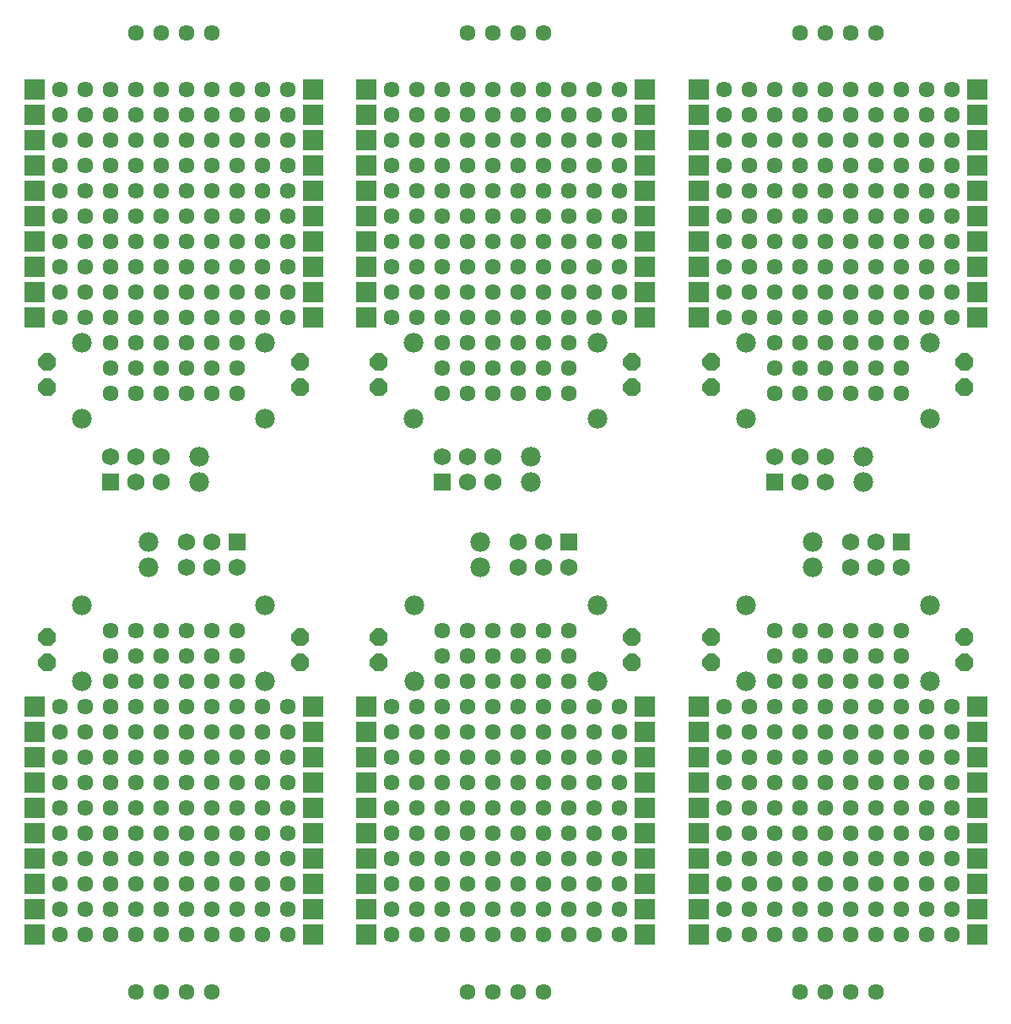
<source format=gbr>
G04 EAGLE Gerber RS-274X export*
G75*
%MOMM*%
%FSLAX34Y34*%
%LPD*%
%AMOC8*
5,1,8,0,0,1.08239X$1,22.5*%
G01*
%ADD10C,1.981200*%
%ADD11R,2.032000X2.032000*%
%ADD12R,1.751600X1.751600*%
%ADD13C,1.751600*%
%ADD14P,1.924489X8X112.500000*%
%ADD15C,1.609600*%
%ADD16P,1.924489X8X292.500000*%


D10*
X591975Y593600D03*
X591975Y669800D03*
X407825Y593600D03*
X407825Y669800D03*
D11*
X360200Y695200D03*
X360200Y720600D03*
X360200Y746000D03*
X360200Y771400D03*
X360200Y796800D03*
X360200Y822200D03*
X360200Y847600D03*
X360200Y873000D03*
X360200Y898400D03*
X360200Y923800D03*
X639600Y695200D03*
X639600Y720600D03*
X639600Y746000D03*
X639600Y771400D03*
X639600Y796800D03*
X639600Y822200D03*
X639600Y847600D03*
X639600Y873000D03*
X639600Y898400D03*
X639600Y923800D03*
D12*
X436400Y530100D03*
D13*
X461800Y530100D03*
X487200Y530100D03*
X436400Y555500D03*
X461800Y555500D03*
X487200Y555500D03*
D14*
X626900Y625350D03*
X626900Y650750D03*
X372900Y625350D03*
X372900Y650750D03*
D15*
X614200Y771400D03*
X614200Y796800D03*
X614200Y822200D03*
X614200Y847600D03*
X614200Y873000D03*
X614200Y898400D03*
X614200Y923800D03*
X588800Y847600D03*
X588800Y771400D03*
X588800Y873000D03*
X588800Y796800D03*
X588800Y898400D03*
X588800Y822200D03*
X588800Y923800D03*
X563400Y771400D03*
X538000Y771400D03*
X563400Y898400D03*
X563400Y796800D03*
X538000Y796800D03*
X563400Y923800D03*
X563400Y822200D03*
X538000Y822200D03*
X538000Y898400D03*
X563400Y847600D03*
X538000Y847600D03*
X538000Y923800D03*
X563400Y873000D03*
X538000Y873000D03*
X512600Y771400D03*
X487200Y771400D03*
X461800Y771400D03*
X436400Y771400D03*
X512600Y796800D03*
X487200Y796800D03*
X461800Y796800D03*
X436400Y796800D03*
X512600Y822200D03*
X487200Y822200D03*
X461800Y822200D03*
X436400Y822200D03*
X512600Y847600D03*
X487200Y847600D03*
X461800Y847600D03*
X436400Y847600D03*
X512600Y873000D03*
X487200Y873000D03*
X461800Y873000D03*
X436400Y873000D03*
X512600Y898400D03*
X487200Y898400D03*
X461800Y898400D03*
X436400Y898400D03*
X512600Y923800D03*
X487200Y923800D03*
X461800Y923800D03*
X436400Y923800D03*
X411000Y771400D03*
X385600Y771400D03*
X411000Y898400D03*
X411000Y796800D03*
X385600Y796800D03*
X411000Y923800D03*
X411000Y822200D03*
X385600Y822200D03*
X385600Y898400D03*
X411000Y847600D03*
X385600Y847600D03*
X385600Y923800D03*
X411000Y873000D03*
X385600Y873000D03*
X538000Y980950D03*
X461800Y980950D03*
X487200Y980950D03*
X512600Y980950D03*
X436400Y619000D03*
X436400Y644400D03*
X436400Y669800D03*
X461800Y619000D03*
X461800Y644400D03*
X461800Y669800D03*
X487200Y619000D03*
X487200Y669800D03*
X487200Y644400D03*
X512600Y619000D03*
X512600Y669800D03*
X512600Y644400D03*
X538000Y644400D03*
X538000Y619000D03*
X538000Y669800D03*
X563400Y644400D03*
X563400Y619000D03*
X563400Y669800D03*
X614200Y746000D03*
X614200Y720600D03*
X614200Y695200D03*
X436400Y695200D03*
X588800Y746000D03*
X588800Y720600D03*
X588800Y695200D03*
X411000Y695200D03*
X563400Y746000D03*
X563400Y720600D03*
X563400Y695200D03*
X385600Y695200D03*
X538000Y746000D03*
X538000Y720600D03*
X538000Y695200D03*
X411000Y720600D03*
X512600Y746000D03*
X512600Y720600D03*
X512600Y695200D03*
X385600Y720600D03*
X487200Y746000D03*
X487200Y720600D03*
X487200Y695200D03*
X411000Y746000D03*
X461800Y746000D03*
X461800Y720600D03*
X461800Y695200D03*
X385600Y746000D03*
X436400Y746000D03*
X436400Y720600D03*
D10*
X525300Y555500D03*
X525300Y530100D03*
X407925Y406400D03*
X407925Y330200D03*
X592075Y406400D03*
X592075Y330200D03*
D11*
X639700Y304800D03*
X639700Y279400D03*
X639700Y254000D03*
X639700Y228600D03*
X639700Y203200D03*
X639700Y177800D03*
X639700Y152400D03*
X639700Y127000D03*
X639700Y101600D03*
X639700Y76200D03*
X360300Y304800D03*
X360300Y279400D03*
X360300Y254000D03*
X360300Y228600D03*
X360300Y203200D03*
X360300Y177800D03*
X360300Y152400D03*
X360300Y127000D03*
X360300Y101600D03*
X360300Y76200D03*
D12*
X563500Y469900D03*
D13*
X538100Y469900D03*
X512700Y469900D03*
X563500Y444500D03*
X538100Y444500D03*
X512700Y444500D03*
D16*
X373000Y374650D03*
X373000Y349250D03*
X627000Y374650D03*
X627000Y349250D03*
D15*
X385700Y228600D03*
X385700Y203200D03*
X385700Y177800D03*
X385700Y152400D03*
X385700Y127000D03*
X385700Y101600D03*
X385700Y76200D03*
X411100Y152400D03*
X411100Y228600D03*
X411100Y127000D03*
X411100Y203200D03*
X411100Y101600D03*
X411100Y177800D03*
X411100Y76200D03*
X436500Y228600D03*
X461900Y228600D03*
X436500Y101600D03*
X436500Y203200D03*
X461900Y203200D03*
X436500Y76200D03*
X436500Y177800D03*
X461900Y177800D03*
X461900Y101600D03*
X436500Y152400D03*
X461900Y152400D03*
X461900Y76200D03*
X436500Y127000D03*
X461900Y127000D03*
X487300Y228600D03*
X512700Y228600D03*
X538100Y228600D03*
X563500Y228600D03*
X487300Y203200D03*
X512700Y203200D03*
X538100Y203200D03*
X563500Y203200D03*
X487300Y177800D03*
X512700Y177800D03*
X538100Y177800D03*
X563500Y177800D03*
X487300Y152400D03*
X512700Y152400D03*
X538100Y152400D03*
X563500Y152400D03*
X487300Y127000D03*
X512700Y127000D03*
X538100Y127000D03*
X563500Y127000D03*
X487300Y101600D03*
X512700Y101600D03*
X538100Y101600D03*
X563500Y101600D03*
X487300Y76200D03*
X512700Y76200D03*
X538100Y76200D03*
X563500Y76200D03*
X588900Y228600D03*
X614300Y228600D03*
X588900Y101600D03*
X588900Y203200D03*
X614300Y203200D03*
X588900Y76200D03*
X588900Y177800D03*
X614300Y177800D03*
X614300Y101600D03*
X588900Y152400D03*
X614300Y152400D03*
X614300Y76200D03*
X588900Y127000D03*
X614300Y127000D03*
X461900Y19050D03*
X538100Y19050D03*
X512700Y19050D03*
X487300Y19050D03*
X563500Y381000D03*
X563500Y355600D03*
X563500Y330200D03*
X538100Y381000D03*
X538100Y355600D03*
X538100Y330200D03*
X512700Y381000D03*
X512700Y330200D03*
X512700Y355600D03*
X487300Y381000D03*
X487300Y330200D03*
X487300Y355600D03*
X461900Y355600D03*
X461900Y381000D03*
X461900Y330200D03*
X436500Y355600D03*
X436500Y381000D03*
X436500Y330200D03*
X385700Y254000D03*
X385700Y279400D03*
X385700Y304800D03*
X563500Y304800D03*
X411100Y254000D03*
X411100Y279400D03*
X411100Y304800D03*
X588900Y304800D03*
X436500Y254000D03*
X436500Y279400D03*
X436500Y304800D03*
X614300Y304800D03*
X461900Y254000D03*
X461900Y279400D03*
X461900Y304800D03*
X588900Y279400D03*
X487300Y254000D03*
X487300Y279400D03*
X487300Y304800D03*
X614300Y279400D03*
X512700Y254000D03*
X512700Y279400D03*
X512700Y304800D03*
X588900Y254000D03*
X538100Y254000D03*
X538100Y279400D03*
X538100Y304800D03*
X614300Y254000D03*
X563500Y254000D03*
X563500Y279400D03*
D10*
X474600Y444500D03*
X474600Y469900D03*
X741225Y406400D03*
X741225Y330200D03*
X925375Y406400D03*
X925375Y330200D03*
D11*
X973000Y304800D03*
X973000Y279400D03*
X973000Y254000D03*
X973000Y228600D03*
X973000Y203200D03*
X973000Y177800D03*
X973000Y152400D03*
X973000Y127000D03*
X973000Y101600D03*
X973000Y76200D03*
X693600Y304800D03*
X693600Y279400D03*
X693600Y254000D03*
X693600Y228600D03*
X693600Y203200D03*
X693600Y177800D03*
X693600Y152400D03*
X693600Y127000D03*
X693600Y101600D03*
X693600Y76200D03*
D12*
X896800Y469900D03*
D13*
X871400Y469900D03*
X846000Y469900D03*
X896800Y444500D03*
X871400Y444500D03*
X846000Y444500D03*
D16*
X706300Y374650D03*
X706300Y349250D03*
X960300Y374650D03*
X960300Y349250D03*
D15*
X719000Y228600D03*
X719000Y203200D03*
X719000Y177800D03*
X719000Y152400D03*
X719000Y127000D03*
X719000Y101600D03*
X719000Y76200D03*
X744400Y152400D03*
X744400Y228600D03*
X744400Y127000D03*
X744400Y203200D03*
X744400Y101600D03*
X744400Y177800D03*
X744400Y76200D03*
X769800Y228600D03*
X795200Y228600D03*
X769800Y101600D03*
X769800Y203200D03*
X795200Y203200D03*
X769800Y76200D03*
X769800Y177800D03*
X795200Y177800D03*
X795200Y101600D03*
X769800Y152400D03*
X795200Y152400D03*
X795200Y76200D03*
X769800Y127000D03*
X795200Y127000D03*
X820600Y228600D03*
X846000Y228600D03*
X871400Y228600D03*
X896800Y228600D03*
X820600Y203200D03*
X846000Y203200D03*
X871400Y203200D03*
X896800Y203200D03*
X820600Y177800D03*
X846000Y177800D03*
X871400Y177800D03*
X896800Y177800D03*
X820600Y152400D03*
X846000Y152400D03*
X871400Y152400D03*
X896800Y152400D03*
X820600Y127000D03*
X846000Y127000D03*
X871400Y127000D03*
X896800Y127000D03*
X820600Y101600D03*
X846000Y101600D03*
X871400Y101600D03*
X896800Y101600D03*
X820600Y76200D03*
X846000Y76200D03*
X871400Y76200D03*
X896800Y76200D03*
X922200Y228600D03*
X947600Y228600D03*
X922200Y101600D03*
X922200Y203200D03*
X947600Y203200D03*
X922200Y76200D03*
X922200Y177800D03*
X947600Y177800D03*
X947600Y101600D03*
X922200Y152400D03*
X947600Y152400D03*
X947600Y76200D03*
X922200Y127000D03*
X947600Y127000D03*
X795200Y19050D03*
X871400Y19050D03*
X846000Y19050D03*
X820600Y19050D03*
X896800Y381000D03*
X896800Y355600D03*
X896800Y330200D03*
X871400Y381000D03*
X871400Y355600D03*
X871400Y330200D03*
X846000Y381000D03*
X846000Y330200D03*
X846000Y355600D03*
X820600Y381000D03*
X820600Y330200D03*
X820600Y355600D03*
X795200Y355600D03*
X795200Y381000D03*
X795200Y330200D03*
X769800Y355600D03*
X769800Y381000D03*
X769800Y330200D03*
X719000Y254000D03*
X719000Y279400D03*
X719000Y304800D03*
X896800Y304800D03*
X744400Y254000D03*
X744400Y279400D03*
X744400Y304800D03*
X922200Y304800D03*
X769800Y254000D03*
X769800Y279400D03*
X769800Y304800D03*
X947600Y304800D03*
X795200Y254000D03*
X795200Y279400D03*
X795200Y304800D03*
X922200Y279400D03*
X820600Y254000D03*
X820600Y279400D03*
X820600Y304800D03*
X947600Y279400D03*
X846000Y254000D03*
X846000Y279400D03*
X846000Y304800D03*
X922200Y254000D03*
X871400Y254000D03*
X871400Y279400D03*
X871400Y304800D03*
X947600Y254000D03*
X896800Y254000D03*
X896800Y279400D03*
D10*
X807900Y444500D03*
X807900Y469900D03*
X258675Y593600D03*
X258675Y669800D03*
X74525Y593600D03*
X74525Y669800D03*
D11*
X26900Y695200D03*
X26900Y720600D03*
X26900Y746000D03*
X26900Y771400D03*
X26900Y796800D03*
X26900Y822200D03*
X26900Y847600D03*
X26900Y873000D03*
X26900Y898400D03*
X26900Y923800D03*
X306300Y695200D03*
X306300Y720600D03*
X306300Y746000D03*
X306300Y771400D03*
X306300Y796800D03*
X306300Y822200D03*
X306300Y847600D03*
X306300Y873000D03*
X306300Y898400D03*
X306300Y923800D03*
D12*
X103100Y530100D03*
D13*
X128500Y530100D03*
X153900Y530100D03*
X103100Y555500D03*
X128500Y555500D03*
X153900Y555500D03*
D14*
X293600Y625350D03*
X293600Y650750D03*
X39600Y625350D03*
X39600Y650750D03*
D15*
X280900Y771400D03*
X280900Y796800D03*
X280900Y822200D03*
X280900Y847600D03*
X280900Y873000D03*
X280900Y898400D03*
X280900Y923800D03*
X255500Y847600D03*
X255500Y771400D03*
X255500Y873000D03*
X255500Y796800D03*
X255500Y898400D03*
X255500Y822200D03*
X255500Y923800D03*
X230100Y771400D03*
X204700Y771400D03*
X230100Y898400D03*
X230100Y796800D03*
X204700Y796800D03*
X230100Y923800D03*
X230100Y822200D03*
X204700Y822200D03*
X204700Y898400D03*
X230100Y847600D03*
X204700Y847600D03*
X204700Y923800D03*
X230100Y873000D03*
X204700Y873000D03*
X179300Y771400D03*
X153900Y771400D03*
X128500Y771400D03*
X103100Y771400D03*
X179300Y796800D03*
X153900Y796800D03*
X128500Y796800D03*
X103100Y796800D03*
X179300Y822200D03*
X153900Y822200D03*
X128500Y822200D03*
X103100Y822200D03*
X179300Y847600D03*
X153900Y847600D03*
X128500Y847600D03*
X103100Y847600D03*
X179300Y873000D03*
X153900Y873000D03*
X128500Y873000D03*
X103100Y873000D03*
X179300Y898400D03*
X153900Y898400D03*
X128500Y898400D03*
X103100Y898400D03*
X179300Y923800D03*
X153900Y923800D03*
X128500Y923800D03*
X103100Y923800D03*
X77700Y771400D03*
X52300Y771400D03*
X77700Y898400D03*
X77700Y796800D03*
X52300Y796800D03*
X77700Y923800D03*
X77700Y822200D03*
X52300Y822200D03*
X52300Y898400D03*
X77700Y847600D03*
X52300Y847600D03*
X52300Y923800D03*
X77700Y873000D03*
X52300Y873000D03*
X204700Y980950D03*
X128500Y980950D03*
X153900Y980950D03*
X179300Y980950D03*
X103100Y619000D03*
X103100Y644400D03*
X103100Y669800D03*
X128500Y619000D03*
X128500Y644400D03*
X128500Y669800D03*
X153900Y619000D03*
X153900Y669800D03*
X153900Y644400D03*
X179300Y619000D03*
X179300Y669800D03*
X179300Y644400D03*
X204700Y644400D03*
X204700Y619000D03*
X204700Y669800D03*
X230100Y644400D03*
X230100Y619000D03*
X230100Y669800D03*
X280900Y746000D03*
X280900Y720600D03*
X280900Y695200D03*
X103100Y695200D03*
X255500Y746000D03*
X255500Y720600D03*
X255500Y695200D03*
X77700Y695200D03*
X230100Y746000D03*
X230100Y720600D03*
X230100Y695200D03*
X52300Y695200D03*
X204700Y746000D03*
X204700Y720600D03*
X204700Y695200D03*
X77700Y720600D03*
X179300Y746000D03*
X179300Y720600D03*
X179300Y695200D03*
X52300Y720600D03*
X153900Y746000D03*
X153900Y720600D03*
X153900Y695200D03*
X77700Y746000D03*
X128500Y746000D03*
X128500Y720600D03*
X128500Y695200D03*
X52300Y746000D03*
X103100Y746000D03*
X103100Y720600D03*
D10*
X192000Y555500D03*
X192000Y530100D03*
X925275Y593600D03*
X925275Y669800D03*
X741125Y593600D03*
X741125Y669800D03*
D11*
X693500Y695200D03*
X693500Y720600D03*
X693500Y746000D03*
X693500Y771400D03*
X693500Y796800D03*
X693500Y822200D03*
X693500Y847600D03*
X693500Y873000D03*
X693500Y898400D03*
X693500Y923800D03*
X972900Y695200D03*
X972900Y720600D03*
X972900Y746000D03*
X972900Y771400D03*
X972900Y796800D03*
X972900Y822200D03*
X972900Y847600D03*
X972900Y873000D03*
X972900Y898400D03*
X972900Y923800D03*
D12*
X769700Y530100D03*
D13*
X795100Y530100D03*
X820500Y530100D03*
X769700Y555500D03*
X795100Y555500D03*
X820500Y555500D03*
D14*
X960200Y625350D03*
X960200Y650750D03*
X706200Y625350D03*
X706200Y650750D03*
D15*
X947500Y771400D03*
X947500Y796800D03*
X947500Y822200D03*
X947500Y847600D03*
X947500Y873000D03*
X947500Y898400D03*
X947500Y923800D03*
X922100Y847600D03*
X922100Y771400D03*
X922100Y873000D03*
X922100Y796800D03*
X922100Y898400D03*
X922100Y822200D03*
X922100Y923800D03*
X896700Y771400D03*
X871300Y771400D03*
X896700Y898400D03*
X896700Y796800D03*
X871300Y796800D03*
X896700Y923800D03*
X896700Y822200D03*
X871300Y822200D03*
X871300Y898400D03*
X896700Y847600D03*
X871300Y847600D03*
X871300Y923800D03*
X896700Y873000D03*
X871300Y873000D03*
X845900Y771400D03*
X820500Y771400D03*
X795100Y771400D03*
X769700Y771400D03*
X845900Y796800D03*
X820500Y796800D03*
X795100Y796800D03*
X769700Y796800D03*
X845900Y822200D03*
X820500Y822200D03*
X795100Y822200D03*
X769700Y822200D03*
X845900Y847600D03*
X820500Y847600D03*
X795100Y847600D03*
X769700Y847600D03*
X845900Y873000D03*
X820500Y873000D03*
X795100Y873000D03*
X769700Y873000D03*
X845900Y898400D03*
X820500Y898400D03*
X795100Y898400D03*
X769700Y898400D03*
X845900Y923800D03*
X820500Y923800D03*
X795100Y923800D03*
X769700Y923800D03*
X744300Y771400D03*
X718900Y771400D03*
X744300Y898400D03*
X744300Y796800D03*
X718900Y796800D03*
X744300Y923800D03*
X744300Y822200D03*
X718900Y822200D03*
X718900Y898400D03*
X744300Y847600D03*
X718900Y847600D03*
X718900Y923800D03*
X744300Y873000D03*
X718900Y873000D03*
X871300Y980950D03*
X795100Y980950D03*
X820500Y980950D03*
X845900Y980950D03*
X769700Y619000D03*
X769700Y644400D03*
X769700Y669800D03*
X795100Y619000D03*
X795100Y644400D03*
X795100Y669800D03*
X820500Y619000D03*
X820500Y669800D03*
X820500Y644400D03*
X845900Y619000D03*
X845900Y669800D03*
X845900Y644400D03*
X871300Y644400D03*
X871300Y619000D03*
X871300Y669800D03*
X896700Y644400D03*
X896700Y619000D03*
X896700Y669800D03*
X947500Y746000D03*
X947500Y720600D03*
X947500Y695200D03*
X769700Y695200D03*
X922100Y746000D03*
X922100Y720600D03*
X922100Y695200D03*
X744300Y695200D03*
X896700Y746000D03*
X896700Y720600D03*
X896700Y695200D03*
X718900Y695200D03*
X871300Y746000D03*
X871300Y720600D03*
X871300Y695200D03*
X744300Y720600D03*
X845900Y746000D03*
X845900Y720600D03*
X845900Y695200D03*
X718900Y720600D03*
X820500Y746000D03*
X820500Y720600D03*
X820500Y695200D03*
X744300Y746000D03*
X795100Y746000D03*
X795100Y720600D03*
X795100Y695200D03*
X718900Y746000D03*
X769700Y746000D03*
X769700Y720600D03*
D10*
X858600Y555500D03*
X858600Y530100D03*
X74625Y406400D03*
X74625Y330200D03*
X258775Y406400D03*
X258775Y330200D03*
D11*
X306400Y304800D03*
X306400Y279400D03*
X306400Y254000D03*
X306400Y228600D03*
X306400Y203200D03*
X306400Y177800D03*
X306400Y152400D03*
X306400Y127000D03*
X306400Y101600D03*
X306400Y76200D03*
X27000Y304800D03*
X27000Y279400D03*
X27000Y254000D03*
X27000Y228600D03*
X27000Y203200D03*
X27000Y177800D03*
X27000Y152400D03*
X27000Y127000D03*
X27000Y101600D03*
X27000Y76200D03*
D12*
X230200Y469900D03*
D13*
X204800Y469900D03*
X179400Y469900D03*
X230200Y444500D03*
X204800Y444500D03*
X179400Y444500D03*
D16*
X39700Y374650D03*
X39700Y349250D03*
X293700Y374650D03*
X293700Y349250D03*
D15*
X52400Y228600D03*
X52400Y203200D03*
X52400Y177800D03*
X52400Y152400D03*
X52400Y127000D03*
X52400Y101600D03*
X52400Y76200D03*
X77800Y152400D03*
X77800Y228600D03*
X77800Y127000D03*
X77800Y203200D03*
X77800Y101600D03*
X77800Y177800D03*
X77800Y76200D03*
X103200Y228600D03*
X128600Y228600D03*
X103200Y101600D03*
X103200Y203200D03*
X128600Y203200D03*
X103200Y76200D03*
X103200Y177800D03*
X128600Y177800D03*
X128600Y101600D03*
X103200Y152400D03*
X128600Y152400D03*
X128600Y76200D03*
X103200Y127000D03*
X128600Y127000D03*
X154000Y228600D03*
X179400Y228600D03*
X204800Y228600D03*
X230200Y228600D03*
X154000Y203200D03*
X179400Y203200D03*
X204800Y203200D03*
X230200Y203200D03*
X154000Y177800D03*
X179400Y177800D03*
X204800Y177800D03*
X230200Y177800D03*
X154000Y152400D03*
X179400Y152400D03*
X204800Y152400D03*
X230200Y152400D03*
X154000Y127000D03*
X179400Y127000D03*
X204800Y127000D03*
X230200Y127000D03*
X154000Y101600D03*
X179400Y101600D03*
X204800Y101600D03*
X230200Y101600D03*
X154000Y76200D03*
X179400Y76200D03*
X204800Y76200D03*
X230200Y76200D03*
X255600Y228600D03*
X281000Y228600D03*
X255600Y101600D03*
X255600Y203200D03*
X281000Y203200D03*
X255600Y76200D03*
X255600Y177800D03*
X281000Y177800D03*
X281000Y101600D03*
X255600Y152400D03*
X281000Y152400D03*
X281000Y76200D03*
X255600Y127000D03*
X281000Y127000D03*
X128600Y19050D03*
X204800Y19050D03*
X179400Y19050D03*
X154000Y19050D03*
X230200Y381000D03*
X230200Y355600D03*
X230200Y330200D03*
X204800Y381000D03*
X204800Y355600D03*
X204800Y330200D03*
X179400Y381000D03*
X179400Y330200D03*
X179400Y355600D03*
X154000Y381000D03*
X154000Y330200D03*
X154000Y355600D03*
X128600Y355600D03*
X128600Y381000D03*
X128600Y330200D03*
X103200Y355600D03*
X103200Y381000D03*
X103200Y330200D03*
X52400Y254000D03*
X52400Y279400D03*
X52400Y304800D03*
X230200Y304800D03*
X77800Y254000D03*
X77800Y279400D03*
X77800Y304800D03*
X255600Y304800D03*
X103200Y254000D03*
X103200Y279400D03*
X103200Y304800D03*
X281000Y304800D03*
X128600Y254000D03*
X128600Y279400D03*
X128600Y304800D03*
X255600Y279400D03*
X154000Y254000D03*
X154000Y279400D03*
X154000Y304800D03*
X281000Y279400D03*
X179400Y254000D03*
X179400Y279400D03*
X179400Y304800D03*
X255600Y254000D03*
X204800Y254000D03*
X204800Y279400D03*
X204800Y304800D03*
X281000Y254000D03*
X230200Y254000D03*
X230200Y279400D03*
D10*
X141300Y444500D03*
X141300Y469900D03*
M02*

</source>
